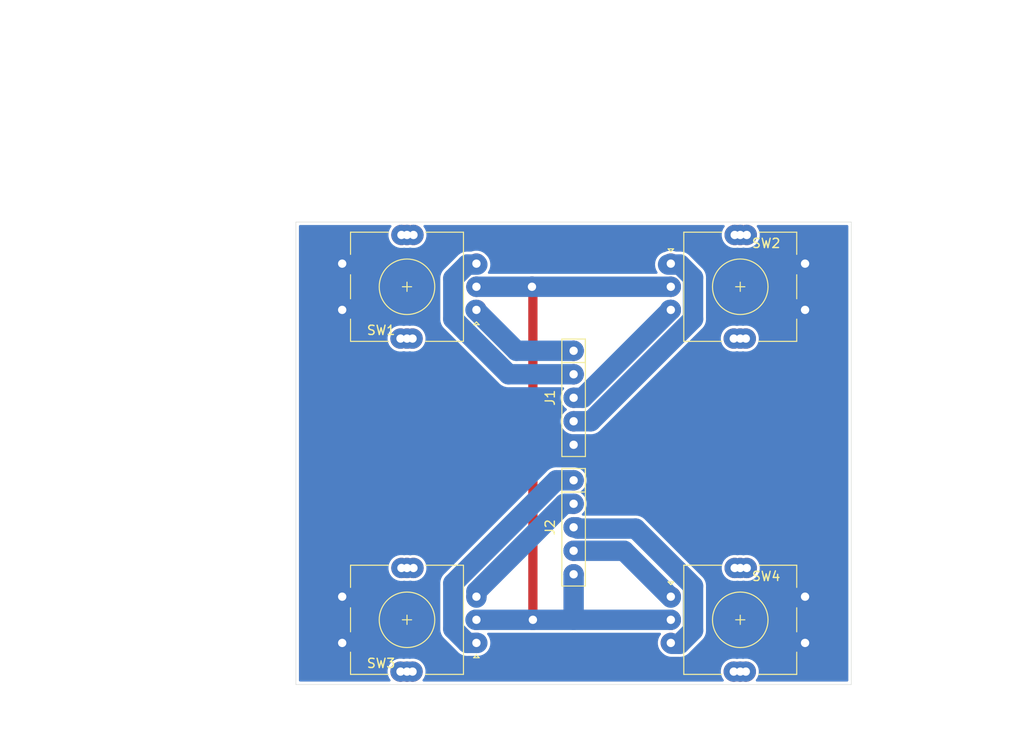
<source format=kicad_pcb>
(kicad_pcb (version 20171130) (host pcbnew "(5.1.6)-1")

  (general
    (thickness 1.6)
    (drawings 16)
    (tracks 40)
    (zones 0)
    (modules 6)
    (nets 11)
  )

  (page A4)
  (layers
    (0 F.Cu signal)
    (31 B.Cu signal)
    (32 B.Adhes user)
    (33 F.Adhes user)
    (34 B.Paste user)
    (35 F.Paste user)
    (36 B.SilkS user)
    (37 F.SilkS user)
    (38 B.Mask user)
    (39 F.Mask user)
    (40 Dwgs.User user)
    (41 Cmts.User user)
    (42 Eco1.User user)
    (43 Eco2.User user)
    (44 Edge.Cuts user)
    (45 Margin user)
    (46 B.CrtYd user)
    (47 F.CrtYd user)
    (48 B.Fab user)
    (49 F.Fab user)
  )

  (setup
    (last_trace_width 1)
    (user_trace_width 1)
    (user_trace_width 2.2)
    (trace_clearance 0.2)
    (zone_clearance 0.3)
    (zone_45_only no)
    (trace_min 0.2)
    (via_size 0.8)
    (via_drill 0.4)
    (via_min_size 0.4)
    (via_min_drill 0.3)
    (user_via 2.2 0.9)
    (uvia_size 0.3)
    (uvia_drill 0.1)
    (uvias_allowed no)
    (uvia_min_size 0.2)
    (uvia_min_drill 0.1)
    (edge_width 0.05)
    (segment_width 0.2)
    (pcb_text_width 0.3)
    (pcb_text_size 1.5 1.5)
    (mod_edge_width 0.12)
    (mod_text_size 1 1)
    (mod_text_width 0.15)
    (pad_size 1.524 1.524)
    (pad_drill 0.762)
    (pad_to_mask_clearance 0.05)
    (aux_axis_origin 0 0)
    (visible_elements 7FFFFFFF)
    (pcbplotparams
      (layerselection 0x010fc_ffffffff)
      (usegerberextensions false)
      (usegerberattributes true)
      (usegerberadvancedattributes true)
      (creategerberjobfile true)
      (excludeedgelayer true)
      (linewidth 0.100000)
      (plotframeref false)
      (viasonmask false)
      (mode 1)
      (useauxorigin false)
      (hpglpennumber 1)
      (hpglpenspeed 20)
      (hpglpendiameter 15.000000)
      (psnegative false)
      (psa4output false)
      (plotreference true)
      (plotvalue true)
      (plotinvisibletext false)
      (padsonsilk false)
      (subtractmaskfromsilk false)
      (outputformat 1)
      (mirror false)
      (drillshape 1)
      (scaleselection 1)
      (outputdirectory ""))
  )

  (net 0 "")
  (net 1 +3V3)
  (net 2 ROT2B)
  (net 3 ROT2A)
  (net 4 ROT1B)
  (net 5 ROT1A)
  (net 6 GND)
  (net 7 ROT3A)
  (net 8 ROT3B)
  (net 9 ROT4A)
  (net 10 ROT4B)

  (net_class Default "This is the default net class."
    (clearance 0.2)
    (trace_width 0.25)
    (via_dia 0.8)
    (via_drill 0.4)
    (uvia_dia 0.3)
    (uvia_drill 0.1)
    (add_net +3V3)
    (add_net GND)
    (add_net ROT1A)
    (add_net ROT1B)
    (add_net ROT2A)
    (add_net ROT2B)
    (add_net ROT3A)
    (add_net ROT3B)
    (add_net ROT4A)
    (add_net ROT4B)
  )

  (module 0_my_footprints:myRotaryEncoder (layer F.Cu) (tedit 64C5BA9E) (tstamp 64C615B4)
    (at 12 -43 180)
    (descr "Alps rotary encoder, EC12E... with switch, vertical shaft, http://www.alps.com/prod/info/E/HTML/Encoder/Incremental/EC11/EC11E15204A3.html")
    (tags "rotary encoder")
    (path /64C5B1C3)
    (fp_text reference SW1 (at 2.8 -4.7) (layer F.SilkS)
      (effects (font (size 1 1) (thickness 0.15)))
    )
    (fp_text value Rotary_Encoder_Switch (at 7.5 10.4) (layer F.Fab)
      (effects (font (size 1 1) (thickness 0.15)))
    )
    (fp_line (start -0.5 0) (end 0.5 0) (layer F.SilkS) (width 0.12))
    (fp_line (start 0 -0.5) (end 0 0.5) (layer F.SilkS) (width 0.12))
    (fp_line (start 6.1 3.5) (end 6.1 5.9) (layer F.SilkS) (width 0.12))
    (fp_line (start 6.1 -1.3) (end 6.1 1.3) (layer F.SilkS) (width 0.12))
    (fp_line (start 6.1 -5.9) (end 6.1 -3.5) (layer F.SilkS) (width 0.12))
    (fp_line (start -3 0) (end 3 0) (layer F.Fab) (width 0.12))
    (fp_line (start 0 -3) (end 0 3) (layer F.Fab) (width 0.12))
    (fp_line (start -7.2 -4.1) (end -7.5 -3.8) (layer F.SilkS) (width 0.12))
    (fp_line (start -7.8 -4.1) (end -7.2 -4.1) (layer F.SilkS) (width 0.12))
    (fp_line (start -7.5 -3.8) (end -7.8 -4.1) (layer F.SilkS) (width 0.12))
    (fp_line (start -6.1 -5.9) (end -6.1 5.9) (layer F.SilkS) (width 0.12))
    (fp_line (start -2 -5.9) (end -6.1 -5.9) (layer F.SilkS) (width 0.12))
    (fp_line (start -2 5.9) (end -6.1 5.9) (layer F.SilkS) (width 0.12))
    (fp_line (start 6.1 5.9) (end 2 5.9) (layer F.SilkS) (width 0.12))
    (fp_line (start 2 -5.9) (end 6.1 -5.9) (layer F.SilkS) (width 0.12))
    (fp_line (start -6 -4.7) (end -5 -5.8) (layer F.Fab) (width 0.12))
    (fp_line (start -6 5.8) (end -6 -4.7) (layer F.Fab) (width 0.12))
    (fp_line (start 6 5.8) (end -6 5.8) (layer F.Fab) (width 0.12))
    (fp_line (start 6 -5.8) (end 6 5.8) (layer F.Fab) (width 0.12))
    (fp_line (start -5 -5.8) (end 6 -5.8) (layer F.Fab) (width 0.12))
    (fp_line (start -9 -7.1) (end 8.5 -7.1) (layer F.CrtYd) (width 0.05))
    (fp_line (start -9 -7.1) (end -9 7.1) (layer F.CrtYd) (width 0.05))
    (fp_line (start 8.5 7.1) (end 8.5 -7.1) (layer F.CrtYd) (width 0.05))
    (fp_line (start 8.5 7.1) (end -9 7.1) (layer F.CrtYd) (width 0.05))
    (fp_circle (center 0 0) (end 3 0) (layer F.SilkS) (width 0.12))
    (fp_circle (center 0 0) (end 3 0) (layer F.Fab) (width 0.12))
    (fp_text user %R (at 11.1 6.3) (layer F.Fab)
      (effects (font (size 1 1) (thickness 0.15)))
    )
    (pad "" thru_hole circle (at -0.6 -5.6 180) (size 2.2 2.2) (drill 0.9) (layers *.Cu *.Mask))
    (pad "" thru_hole circle (at 0.7 -5.6 180) (size 2.2 2.2) (drill 0.9) (layers *.Cu *.Mask))
    (pad "" thru_hole circle (at -0.7 5.6 180) (size 2.2 2.2) (drill 0.9) (layers *.Cu *.Mask))
    (pad "" thru_hole circle (at 0.6 5.6 180) (size 2.2 2.2) (drill 0.9) (layers *.Cu *.Mask))
    (pad A thru_hole circle (at -7.5 -2.5 180) (size 2.2 2.2) (drill 0.9) (layers *.Cu *.Mask)
      (net 5 ROT1A))
    (pad C thru_hole circle (at -7.5 0 180) (size 2.2 2.2) (drill 0.9) (layers *.Cu *.Mask)
      (net 1 +3V3))
    (pad B thru_hole circle (at -7.5 2.5 180) (size 2.2 2.2) (drill 0.9) (layers *.Cu *.Mask)
      (net 4 ROT1B))
    (pad "" thru_hole circle (at 0 -5.6 180) (size 2.2 2.2) (drill 0.9) (layers *.Cu *.Mask))
    (pad "" thru_hole circle (at 0 5.6 180) (size 2.2 2.2) (drill 0.9) (layers *.Cu *.Mask))
    (pad S1 thru_hole circle (at 7 -2.5 180) (size 2.2 2.2) (drill 0.9) (layers *.Cu *.Mask)
      (net 6 GND))
    (pad S2 thru_hole circle (at 7 2.5 180) (size 2.2 2.2) (drill 0.9) (layers *.Cu *.Mask)
      (net 6 GND))
    (model C:/src/kiCad/libraries/my_3d_files/EC11_Rotary_Encoder_Switched.step
      (at (xyz 0 0 0))
      (scale (xyz 1 1 1))
      (rotate (xyz 0 0 90))
    )
  )

  (module 0_my_footprints:myRotaryEncoder (layer F.Cu) (tedit 64C5BA9E) (tstamp 64C615DE)
    (at 48 -43)
    (descr "Alps rotary encoder, EC12E... with switch, vertical shaft, http://www.alps.com/prod/info/E/HTML/Encoder/Incremental/EC11/EC11E15204A3.html")
    (tags "rotary encoder")
    (path /64C5D992)
    (fp_text reference SW2 (at 2.8 -4.7) (layer F.SilkS)
      (effects (font (size 1 1) (thickness 0.15)))
    )
    (fp_text value Rotary_Encoder_Switch (at 7.5 10.4) (layer F.Fab)
      (effects (font (size 1 1) (thickness 0.15)))
    )
    (fp_line (start -0.5 0) (end 0.5 0) (layer F.SilkS) (width 0.12))
    (fp_line (start 0 -0.5) (end 0 0.5) (layer F.SilkS) (width 0.12))
    (fp_line (start 6.1 3.5) (end 6.1 5.9) (layer F.SilkS) (width 0.12))
    (fp_line (start 6.1 -1.3) (end 6.1 1.3) (layer F.SilkS) (width 0.12))
    (fp_line (start 6.1 -5.9) (end 6.1 -3.5) (layer F.SilkS) (width 0.12))
    (fp_line (start -3 0) (end 3 0) (layer F.Fab) (width 0.12))
    (fp_line (start 0 -3) (end 0 3) (layer F.Fab) (width 0.12))
    (fp_line (start -7.2 -4.1) (end -7.5 -3.8) (layer F.SilkS) (width 0.12))
    (fp_line (start -7.8 -4.1) (end -7.2 -4.1) (layer F.SilkS) (width 0.12))
    (fp_line (start -7.5 -3.8) (end -7.8 -4.1) (layer F.SilkS) (width 0.12))
    (fp_line (start -6.1 -5.9) (end -6.1 5.9) (layer F.SilkS) (width 0.12))
    (fp_line (start -2 -5.9) (end -6.1 -5.9) (layer F.SilkS) (width 0.12))
    (fp_line (start -2 5.9) (end -6.1 5.9) (layer F.SilkS) (width 0.12))
    (fp_line (start 6.1 5.9) (end 2 5.9) (layer F.SilkS) (width 0.12))
    (fp_line (start 2 -5.9) (end 6.1 -5.9) (layer F.SilkS) (width 0.12))
    (fp_line (start -6 -4.7) (end -5 -5.8) (layer F.Fab) (width 0.12))
    (fp_line (start -6 5.8) (end -6 -4.7) (layer F.Fab) (width 0.12))
    (fp_line (start 6 5.8) (end -6 5.8) (layer F.Fab) (width 0.12))
    (fp_line (start 6 -5.8) (end 6 5.8) (layer F.Fab) (width 0.12))
    (fp_line (start -5 -5.8) (end 6 -5.8) (layer F.Fab) (width 0.12))
    (fp_line (start -9 -7.1) (end 8.5 -7.1) (layer F.CrtYd) (width 0.05))
    (fp_line (start -9 -7.1) (end -9 7.1) (layer F.CrtYd) (width 0.05))
    (fp_line (start 8.5 7.1) (end 8.5 -7.1) (layer F.CrtYd) (width 0.05))
    (fp_line (start 8.5 7.1) (end -9 7.1) (layer F.CrtYd) (width 0.05))
    (fp_circle (center 0 0) (end 3 0) (layer F.SilkS) (width 0.12))
    (fp_circle (center 0 0) (end 3 0) (layer F.Fab) (width 0.12))
    (fp_text user %R (at 11.1 6.3) (layer F.Fab)
      (effects (font (size 1 1) (thickness 0.15)))
    )
    (pad "" thru_hole circle (at -0.6 -5.6) (size 2.2 2.2) (drill 0.9) (layers *.Cu *.Mask))
    (pad "" thru_hole circle (at 0.7 -5.6) (size 2.2 2.2) (drill 0.9) (layers *.Cu *.Mask))
    (pad "" thru_hole circle (at -0.7 5.6) (size 2.2 2.2) (drill 0.9) (layers *.Cu *.Mask))
    (pad "" thru_hole circle (at 0.6 5.6) (size 2.2 2.2) (drill 0.9) (layers *.Cu *.Mask))
    (pad A thru_hole circle (at -7.5 -2.5) (size 2.2 2.2) (drill 0.9) (layers *.Cu *.Mask)
      (net 3 ROT2A))
    (pad C thru_hole circle (at -7.5 0) (size 2.2 2.2) (drill 0.9) (layers *.Cu *.Mask)
      (net 1 +3V3))
    (pad B thru_hole circle (at -7.5 2.5) (size 2.2 2.2) (drill 0.9) (layers *.Cu *.Mask)
      (net 2 ROT2B))
    (pad "" thru_hole circle (at 0 -5.6) (size 2.2 2.2) (drill 0.9) (layers *.Cu *.Mask))
    (pad "" thru_hole circle (at 0 5.6) (size 2.2 2.2) (drill 0.9) (layers *.Cu *.Mask))
    (pad S1 thru_hole circle (at 7 -2.5) (size 2.2 2.2) (drill 0.9) (layers *.Cu *.Mask)
      (net 6 GND))
    (pad S2 thru_hole circle (at 7 2.5) (size 2.2 2.2) (drill 0.9) (layers *.Cu *.Mask)
      (net 6 GND))
    (model C:/src/kiCad/libraries/my_3d_files/EC11_Rotary_Encoder_Switched.step
      (at (xyz 0 0 0))
      (scale (xyz 1 1 1))
      (rotate (xyz 0 0 90))
    )
  )

  (module 0_my_footprints:myRotaryEncoder (layer F.Cu) (tedit 64C5BA9E) (tstamp 64C61608)
    (at 12 -7 180)
    (descr "Alps rotary encoder, EC12E... with switch, vertical shaft, http://www.alps.com/prod/info/E/HTML/Encoder/Incremental/EC11/EC11E15204A3.html")
    (tags "rotary encoder")
    (path /64C5CF2D)
    (fp_text reference SW3 (at 2.8 -4.7) (layer F.SilkS)
      (effects (font (size 1 1) (thickness 0.15)))
    )
    (fp_text value Rotary_Encoder_Switch (at 7.5 10.4) (layer F.Fab)
      (effects (font (size 1 1) (thickness 0.15)))
    )
    (fp_line (start -0.5 0) (end 0.5 0) (layer F.SilkS) (width 0.12))
    (fp_line (start 0 -0.5) (end 0 0.5) (layer F.SilkS) (width 0.12))
    (fp_line (start 6.1 3.5) (end 6.1 5.9) (layer F.SilkS) (width 0.12))
    (fp_line (start 6.1 -1.3) (end 6.1 1.3) (layer F.SilkS) (width 0.12))
    (fp_line (start 6.1 -5.9) (end 6.1 -3.5) (layer F.SilkS) (width 0.12))
    (fp_line (start -3 0) (end 3 0) (layer F.Fab) (width 0.12))
    (fp_line (start 0 -3) (end 0 3) (layer F.Fab) (width 0.12))
    (fp_line (start -7.2 -4.1) (end -7.5 -3.8) (layer F.SilkS) (width 0.12))
    (fp_line (start -7.8 -4.1) (end -7.2 -4.1) (layer F.SilkS) (width 0.12))
    (fp_line (start -7.5 -3.8) (end -7.8 -4.1) (layer F.SilkS) (width 0.12))
    (fp_line (start -6.1 -5.9) (end -6.1 5.9) (layer F.SilkS) (width 0.12))
    (fp_line (start -2 -5.9) (end -6.1 -5.9) (layer F.SilkS) (width 0.12))
    (fp_line (start -2 5.9) (end -6.1 5.9) (layer F.SilkS) (width 0.12))
    (fp_line (start 6.1 5.9) (end 2 5.9) (layer F.SilkS) (width 0.12))
    (fp_line (start 2 -5.9) (end 6.1 -5.9) (layer F.SilkS) (width 0.12))
    (fp_line (start -6 -4.7) (end -5 -5.8) (layer F.Fab) (width 0.12))
    (fp_line (start -6 5.8) (end -6 -4.7) (layer F.Fab) (width 0.12))
    (fp_line (start 6 5.8) (end -6 5.8) (layer F.Fab) (width 0.12))
    (fp_line (start 6 -5.8) (end 6 5.8) (layer F.Fab) (width 0.12))
    (fp_line (start -5 -5.8) (end 6 -5.8) (layer F.Fab) (width 0.12))
    (fp_line (start -9 -7.1) (end 8.5 -7.1) (layer F.CrtYd) (width 0.05))
    (fp_line (start -9 -7.1) (end -9 7.1) (layer F.CrtYd) (width 0.05))
    (fp_line (start 8.5 7.1) (end 8.5 -7.1) (layer F.CrtYd) (width 0.05))
    (fp_line (start 8.5 7.1) (end -9 7.1) (layer F.CrtYd) (width 0.05))
    (fp_circle (center 0 0) (end 3 0) (layer F.SilkS) (width 0.12))
    (fp_circle (center 0 0) (end 3 0) (layer F.Fab) (width 0.12))
    (fp_text user %R (at 11.1 6.3) (layer F.Fab)
      (effects (font (size 1 1) (thickness 0.15)))
    )
    (pad "" thru_hole circle (at -0.6 -5.6 180) (size 2.2 2.2) (drill 0.9) (layers *.Cu *.Mask))
    (pad "" thru_hole circle (at 0.7 -5.6 180) (size 2.2 2.2) (drill 0.9) (layers *.Cu *.Mask))
    (pad "" thru_hole circle (at -0.7 5.6 180) (size 2.2 2.2) (drill 0.9) (layers *.Cu *.Mask))
    (pad "" thru_hole circle (at 0.6 5.6 180) (size 2.2 2.2) (drill 0.9) (layers *.Cu *.Mask))
    (pad A thru_hole circle (at -7.5 -2.5 180) (size 2.2 2.2) (drill 0.9) (layers *.Cu *.Mask)
      (net 7 ROT3A))
    (pad C thru_hole circle (at -7.5 0 180) (size 2.2 2.2) (drill 0.9) (layers *.Cu *.Mask)
      (net 1 +3V3))
    (pad B thru_hole circle (at -7.5 2.5 180) (size 2.2 2.2) (drill 0.9) (layers *.Cu *.Mask)
      (net 8 ROT3B))
    (pad "" thru_hole circle (at 0 -5.6 180) (size 2.2 2.2) (drill 0.9) (layers *.Cu *.Mask))
    (pad "" thru_hole circle (at 0 5.6 180) (size 2.2 2.2) (drill 0.9) (layers *.Cu *.Mask))
    (pad S1 thru_hole circle (at 7 -2.5 180) (size 2.2 2.2) (drill 0.9) (layers *.Cu *.Mask)
      (net 6 GND))
    (pad S2 thru_hole circle (at 7 2.5 180) (size 2.2 2.2) (drill 0.9) (layers *.Cu *.Mask)
      (net 6 GND))
    (model C:/src/kiCad/libraries/my_3d_files/EC11_Rotary_Encoder_Switched.step
      (at (xyz 0 0 0))
      (scale (xyz 1 1 1))
      (rotate (xyz 0 0 90))
    )
  )

  (module 0_my_footprints:myRotaryEncoder (layer F.Cu) (tedit 64C5BA9E) (tstamp 64C61632)
    (at 48 -7)
    (descr "Alps rotary encoder, EC12E... with switch, vertical shaft, http://www.alps.com/prod/info/E/HTML/Encoder/Incremental/EC11/EC11E15204A3.html")
    (tags "rotary encoder")
    (path /64C5E81E)
    (fp_text reference SW4 (at 2.8 -4.7) (layer F.SilkS)
      (effects (font (size 1 1) (thickness 0.15)))
    )
    (fp_text value Rotary_Encoder_Switch (at 7.5 10.4) (layer F.Fab)
      (effects (font (size 1 1) (thickness 0.15)))
    )
    (fp_line (start -0.5 0) (end 0.5 0) (layer F.SilkS) (width 0.12))
    (fp_line (start 0 -0.5) (end 0 0.5) (layer F.SilkS) (width 0.12))
    (fp_line (start 6.1 3.5) (end 6.1 5.9) (layer F.SilkS) (width 0.12))
    (fp_line (start 6.1 -1.3) (end 6.1 1.3) (layer F.SilkS) (width 0.12))
    (fp_line (start 6.1 -5.9) (end 6.1 -3.5) (layer F.SilkS) (width 0.12))
    (fp_line (start -3 0) (end 3 0) (layer F.Fab) (width 0.12))
    (fp_line (start 0 -3) (end 0 3) (layer F.Fab) (width 0.12))
    (fp_line (start -7.2 -4.1) (end -7.5 -3.8) (layer F.SilkS) (width 0.12))
    (fp_line (start -7.8 -4.1) (end -7.2 -4.1) (layer F.SilkS) (width 0.12))
    (fp_line (start -7.5 -3.8) (end -7.8 -4.1) (layer F.SilkS) (width 0.12))
    (fp_line (start -6.1 -5.9) (end -6.1 5.9) (layer F.SilkS) (width 0.12))
    (fp_line (start -2 -5.9) (end -6.1 -5.9) (layer F.SilkS) (width 0.12))
    (fp_line (start -2 5.9) (end -6.1 5.9) (layer F.SilkS) (width 0.12))
    (fp_line (start 6.1 5.9) (end 2 5.9) (layer F.SilkS) (width 0.12))
    (fp_line (start 2 -5.9) (end 6.1 -5.9) (layer F.SilkS) (width 0.12))
    (fp_line (start -6 -4.7) (end -5 -5.8) (layer F.Fab) (width 0.12))
    (fp_line (start -6 5.8) (end -6 -4.7) (layer F.Fab) (width 0.12))
    (fp_line (start 6 5.8) (end -6 5.8) (layer F.Fab) (width 0.12))
    (fp_line (start 6 -5.8) (end 6 5.8) (layer F.Fab) (width 0.12))
    (fp_line (start -5 -5.8) (end 6 -5.8) (layer F.Fab) (width 0.12))
    (fp_line (start -9 -7.1) (end 8.5 -7.1) (layer F.CrtYd) (width 0.05))
    (fp_line (start -9 -7.1) (end -9 7.1) (layer F.CrtYd) (width 0.05))
    (fp_line (start 8.5 7.1) (end 8.5 -7.1) (layer F.CrtYd) (width 0.05))
    (fp_line (start 8.5 7.1) (end -9 7.1) (layer F.CrtYd) (width 0.05))
    (fp_circle (center 0 0) (end 3 0) (layer F.SilkS) (width 0.12))
    (fp_circle (center 0 0) (end 3 0) (layer F.Fab) (width 0.12))
    (fp_text user %R (at 11.1 6.3) (layer F.Fab)
      (effects (font (size 1 1) (thickness 0.15)))
    )
    (pad "" thru_hole circle (at -0.6 -5.6) (size 2.2 2.2) (drill 0.9) (layers *.Cu *.Mask))
    (pad "" thru_hole circle (at 0.7 -5.6) (size 2.2 2.2) (drill 0.9) (layers *.Cu *.Mask))
    (pad "" thru_hole circle (at -0.7 5.6) (size 2.2 2.2) (drill 0.9) (layers *.Cu *.Mask))
    (pad "" thru_hole circle (at 0.6 5.6) (size 2.2 2.2) (drill 0.9) (layers *.Cu *.Mask))
    (pad A thru_hole circle (at -7.5 -2.5) (size 2.2 2.2) (drill 0.9) (layers *.Cu *.Mask)
      (net 9 ROT4A))
    (pad C thru_hole circle (at -7.5 0) (size 2.2 2.2) (drill 0.9) (layers *.Cu *.Mask)
      (net 1 +3V3))
    (pad B thru_hole circle (at -7.5 2.5) (size 2.2 2.2) (drill 0.9) (layers *.Cu *.Mask)
      (net 10 ROT4B))
    (pad "" thru_hole circle (at 0 -5.6) (size 2.2 2.2) (drill 0.9) (layers *.Cu *.Mask))
    (pad "" thru_hole circle (at 0 5.6) (size 2.2 2.2) (drill 0.9) (layers *.Cu *.Mask))
    (pad S1 thru_hole circle (at 7 -2.5) (size 2.2 2.2) (drill 0.9) (layers *.Cu *.Mask)
      (net 6 GND))
    (pad S2 thru_hole circle (at 7 2.5) (size 2.2 2.2) (drill 0.9) (layers *.Cu *.Mask)
      (net 6 GND))
    (model C:/src/kiCad/libraries/my_3d_files/EC11_Rotary_Encoder_Switched.step
      (at (xyz 0 0 0))
      (scale (xyz 1 1 1))
      (rotate (xyz 0 0 90))
    )
  )

  (module 0_my_footprints:my5Pin (layer F.Cu) (tedit 64C5B4E3) (tstamp 64C6157B)
    (at 30 -31 270)
    (path /64C679BC)
    (fp_text reference J1 (at 0 2.54 90) (layer F.SilkS)
      (effects (font (size 1 1) (thickness 0.15)))
    )
    (fp_text value ROTARY12 (at 0 -2.54 90) (layer F.Fab)
      (effects (font (size 1 1) (thickness 0.15)))
    )
    (fp_line (start -6.35 -1.27) (end -6.35 1.27) (layer F.SilkS) (width 0.12))
    (fp_line (start -6.35 1.27) (end 6.35 1.27) (layer F.SilkS) (width 0.12))
    (fp_line (start 6.35 1.27) (end 6.35 -1.27) (layer F.SilkS) (width 0.12))
    (fp_line (start 6.35 -1.27) (end -6.35 -1.27) (layer F.SilkS) (width 0.12))
    (fp_line (start -6.35 -1.27) (end -3.81 -1.27) (layer F.SilkS) (width 0.12))
    (fp_line (start -3.81 -1.27) (end -3.81 1.27) (layer F.SilkS) (width 0.12))
    (pad 5 thru_hole circle (at 5.08 0 270) (size 2.2 2.2) (drill 0.9) (layers *.Cu *.Mask)
      (net 6 GND))
    (pad 4 thru_hole circle (at 2.54 0 270) (size 2.2 2.2) (drill 0.9) (layers *.Cu *.Mask)
      (net 3 ROT2A))
    (pad 3 thru_hole circle (at 0 0 270) (size 2.2 2.2) (drill 0.9) (layers *.Cu *.Mask)
      (net 2 ROT2B))
    (pad 2 thru_hole circle (at -2.54 0 270) (size 2.2 2.2) (drill 0.9) (layers *.Cu *.Mask)
      (net 4 ROT1B))
    (pad 1 thru_hole circle (at -5.08 0 270) (size 2.2 2.2) (drill 0.9) (layers *.Cu *.Mask)
      (net 5 ROT1A))
  )

  (module 0_my_footprints:my5Pin (layer F.Cu) (tedit 64C5B4E3) (tstamp 64C6158A)
    (at 30 -17 270)
    (path /64C68167)
    (fp_text reference J2 (at 0 2.54 90) (layer F.SilkS)
      (effects (font (size 1 1) (thickness 0.15)))
    )
    (fp_text value ROTARY34 (at 0 -2.54 90) (layer F.Fab)
      (effects (font (size 1 1) (thickness 0.15)))
    )
    (fp_line (start -3.81 -1.27) (end -3.81 1.27) (layer F.SilkS) (width 0.12))
    (fp_line (start -6.35 -1.27) (end -3.81 -1.27) (layer F.SilkS) (width 0.12))
    (fp_line (start 6.35 -1.27) (end -6.35 -1.27) (layer F.SilkS) (width 0.12))
    (fp_line (start 6.35 1.27) (end 6.35 -1.27) (layer F.SilkS) (width 0.12))
    (fp_line (start -6.35 1.27) (end 6.35 1.27) (layer F.SilkS) (width 0.12))
    (fp_line (start -6.35 -1.27) (end -6.35 1.27) (layer F.SilkS) (width 0.12))
    (pad 1 thru_hole circle (at -5.08 0 270) (size 2.2 2.2) (drill 0.9) (layers *.Cu *.Mask)
      (net 7 ROT3A))
    (pad 2 thru_hole circle (at -2.54 0 270) (size 2.2 2.2) (drill 0.9) (layers *.Cu *.Mask)
      (net 8 ROT3B))
    (pad 3 thru_hole circle (at 0 0 270) (size 2.2 2.2) (drill 0.9) (layers *.Cu *.Mask)
      (net 10 ROT4B))
    (pad 4 thru_hole circle (at 2.54 0 270) (size 2.2 2.2) (drill 0.9) (layers *.Cu *.Mask)
      (net 9 ROT4A))
    (pad 5 thru_hole circle (at 5.08 0 270) (size 2.2 2.2) (drill 0.9) (layers *.Cu *.Mask)
      (net 1 +3V3))
  )

  (dimension 36 (width 0.15) (layer Dwgs.User)
    (gr_text "36.000 mm" (at 70.2 -25 270) (layer Dwgs.User)
      (effects (font (size 1 1) (thickness 0.15)))
    )
    (feature1 (pts (xy 48 -7) (xy 69.486421 -7)))
    (feature2 (pts (xy 48 -43) (xy 69.486421 -43)))
    (crossbar (pts (xy 68.9 -43) (xy 68.9 -7)))
    (arrow1a (pts (xy 68.9 -7) (xy 68.313579 -8.126504)))
    (arrow1b (pts (xy 68.9 -7) (xy 69.486421 -8.126504)))
    (arrow2a (pts (xy 68.9 -43) (xy 68.313579 -41.873496)))
    (arrow2b (pts (xy 68.9 -43) (xy 69.486421 -41.873496)))
  )
  (dimension 36 (width 0.15) (layer Dwgs.User)
    (gr_text "36.000 mm" (at 30 -66.3) (layer Dwgs.User)
      (effects (font (size 1 1) (thickness 0.15)))
    )
    (feature1 (pts (xy 12 -43) (xy 12 -65.586421)))
    (feature2 (pts (xy 48 -43) (xy 48 -65.586421)))
    (crossbar (pts (xy 48 -65) (xy 12 -65)))
    (arrow1a (pts (xy 12 -65) (xy 13.126504 -65.586421)))
    (arrow1b (pts (xy 12 -65) (xy 13.126504 -64.413579)))
    (arrow2a (pts (xy 48 -65) (xy 46.873496 -65.586421)))
    (arrow2b (pts (xy 48 -65) (xy 46.873496 -64.413579)))
  )
  (dimension 7 (width 0.15) (layer Dwgs.User)
    (gr_text "7.000 mm" (at -8.3 -46.5 270) (layer Dwgs.User)
      (effects (font (size 1 1) (thickness 0.15)))
    )
    (feature1 (pts (xy 12 -43) (xy -7.586421 -43)))
    (feature2 (pts (xy 12 -50) (xy -7.586421 -50)))
    (crossbar (pts (xy -7 -50) (xy -7 -43)))
    (arrow1a (pts (xy -7 -43) (xy -7.586421 -44.126504)))
    (arrow1b (pts (xy -7 -43) (xy -6.413579 -44.126504)))
    (arrow2a (pts (xy -7 -50) (xy -7.586421 -48.873496)))
    (arrow2b (pts (xy -7 -50) (xy -6.413579 -48.873496)))
  )
  (dimension 60 (width 0.15) (layer Dwgs.User)
    (gr_text "60.000 mm" (at 30 -73.3) (layer Dwgs.User)
      (effects (font (size 1 1) (thickness 0.15)))
    )
    (feature1 (pts (xy 60 -50) (xy 60 -72.586421)))
    (feature2 (pts (xy 0 -50) (xy 0 -72.586421)))
    (crossbar (pts (xy 0 -72) (xy 60 -72)))
    (arrow1a (pts (xy 60 -72) (xy 58.873496 -71.413579)))
    (arrow1b (pts (xy 60 -72) (xy 58.873496 -72.586421)))
    (arrow2a (pts (xy 0 -72) (xy 1.126504 -71.413579)))
    (arrow2b (pts (xy 0 -72) (xy 1.126504 -72.586421)))
  )
  (dimension 50 (width 0.15) (layer Dwgs.User)
    (gr_text "50.000 mm" (at -28.3 -25 270) (layer Dwgs.User)
      (effects (font (size 1 1) (thickness 0.15)))
    )
    (feature1 (pts (xy 0 0) (xy -27.586421 0)))
    (feature2 (pts (xy 0 -50) (xy -27.586421 -50)))
    (crossbar (pts (xy -27 -50) (xy -27 0)))
    (arrow1a (pts (xy -27 0) (xy -27.586421 -1.126504)))
    (arrow1b (pts (xy -27 0) (xy -26.413579 -1.126504)))
    (arrow2a (pts (xy -27 -50) (xy -27.586421 -48.873496)))
    (arrow2b (pts (xy -27 -50) (xy -26.413579 -48.873496)))
  )
  (dimension 7 (width 0.15) (layer Dwgs.User)
    (gr_text "7.000 mm" (at -10.3 -3.5 90) (layer Dwgs.User)
      (effects (font (size 1 1) (thickness 0.15)))
    )
    (feature1 (pts (xy 12 -7) (xy -9.586421 -7)))
    (feature2 (pts (xy 12 0) (xy -9.586421 0)))
    (crossbar (pts (xy -9 0) (xy -9 -7)))
    (arrow1a (pts (xy -9 -7) (xy -8.413579 -5.873496)))
    (arrow1b (pts (xy -9 -7) (xy -9.586421 -5.873496)))
    (arrow2a (pts (xy -9 0) (xy -8.413579 -1.126504)))
    (arrow2b (pts (xy -9 0) (xy -9.586421 -1.126504)))
  )
  (dimension 12 (width 0.15) (layer Dwgs.User)
    (gr_text "12.000 mm" (at 6 6.3) (layer Dwgs.User)
      (effects (font (size 1 1) (thickness 0.15)))
    )
    (feature1 (pts (xy 12 0) (xy 12 5.586421)))
    (feature2 (pts (xy 0 0) (xy 0 5.586421)))
    (crossbar (pts (xy 0 5) (xy 12 5)))
    (arrow1a (pts (xy 12 5) (xy 10.873496 5.586421)))
    (arrow1b (pts (xy 12 5) (xy 10.873496 4.413579)))
    (arrow2a (pts (xy 0 5) (xy 1.126504 5.586421)))
    (arrow2b (pts (xy 0 5) (xy 1.126504 4.413579)))
  )
  (dimension 7 (width 0.15) (layer Dwgs.User)
    (gr_text "7.000 mm" (at 77.3 -3.5 90) (layer Dwgs.User)
      (effects (font (size 1 1) (thickness 0.15)))
    )
    (feature1 (pts (xy 48 -7) (xy 76.586421 -7)))
    (feature2 (pts (xy 48 0) (xy 76.586421 0)))
    (crossbar (pts (xy 76 0) (xy 76 -7)))
    (arrow1a (pts (xy 76 -7) (xy 76.586421 -5.873496)))
    (arrow1b (pts (xy 76 -7) (xy 75.413579 -5.873496)))
    (arrow2a (pts (xy 76 0) (xy 76.586421 -1.126504)))
    (arrow2b (pts (xy 76 0) (xy 75.413579 -1.126504)))
  )
  (dimension 12 (width 0.15) (layer Dwgs.User)
    (gr_text "12.000 mm" (at 54 7.3) (layer Dwgs.User)
      (effects (font (size 1 1) (thickness 0.15)))
    )
    (feature1 (pts (xy 48 0) (xy 48 6.586421)))
    (feature2 (pts (xy 60 0) (xy 60 6.586421)))
    (crossbar (pts (xy 60 6) (xy 48 6)))
    (arrow1a (pts (xy 48 6) (xy 49.126504 5.413579)))
    (arrow1b (pts (xy 48 6) (xy 49.126504 6.586421)))
    (arrow2a (pts (xy 60 6) (xy 58.873496 5.413579)))
    (arrow2b (pts (xy 60 6) (xy 58.873496 6.586421)))
  )
  (dimension 7 (width 0.15) (layer Dwgs.User)
    (gr_text "7.000 mm" (at 76.3 -46.5 270) (layer Dwgs.User)
      (effects (font (size 1 1) (thickness 0.15)))
    )
    (feature1 (pts (xy 48 -43) (xy 75.586421 -43)))
    (feature2 (pts (xy 48 -50) (xy 75.586421 -50)))
    (crossbar (pts (xy 75 -50) (xy 75 -43)))
    (arrow1a (pts (xy 75 -43) (xy 74.413579 -44.126504)))
    (arrow1b (pts (xy 75 -43) (xy 75.586421 -44.126504)))
    (arrow2a (pts (xy 75 -50) (xy 74.413579 -48.873496)))
    (arrow2b (pts (xy 75 -50) (xy 75.586421 -48.873496)))
  )
  (dimension 12 (width 0.15) (layer Dwgs.User)
    (gr_text "12.000 mm" (at 54 -55.3) (layer Dwgs.User)
      (effects (font (size 1 1) (thickness 0.15)))
    )
    (feature1 (pts (xy 48 -50) (xy 48 -54.586421)))
    (feature2 (pts (xy 60 -50) (xy 60 -54.586421)))
    (crossbar (pts (xy 60 -54) (xy 48 -54)))
    (arrow1a (pts (xy 48 -54) (xy 49.126504 -54.586421)))
    (arrow1b (pts (xy 48 -54) (xy 49.126504 -53.413579)))
    (arrow2a (pts (xy 60 -54) (xy 58.873496 -54.586421)))
    (arrow2b (pts (xy 60 -54) (xy 58.873496 -53.413579)))
  )
  (dimension 12 (width 0.15) (layer Dwgs.User)
    (gr_text "12.000 mm" (at 6 -55.3) (layer Dwgs.User)
      (effects (font (size 1 1) (thickness 0.15)))
    )
    (feature1 (pts (xy 12 -50) (xy 12 -54.586421)))
    (feature2 (pts (xy 0 -50) (xy 0 -54.586421)))
    (crossbar (pts (xy 0 -54) (xy 12 -54)))
    (arrow1a (pts (xy 12 -54) (xy 10.873496 -53.413579)))
    (arrow1b (pts (xy 12 -54) (xy 10.873496 -54.586421)))
    (arrow2a (pts (xy 0 -54) (xy 1.126504 -53.413579)))
    (arrow2b (pts (xy 0 -54) (xy 1.126504 -54.586421)))
  )
  (gr_line (start 0 -50) (end 0 0) (layer Edge.Cuts) (width 0.05))
  (gr_line (start 60 -50) (end 0 -50) (layer Edge.Cuts) (width 0.05))
  (gr_line (start 60 0) (end 60 -50) (layer Edge.Cuts) (width 0.05))
  (gr_line (start 0 0) (end 60 0) (layer Edge.Cuts) (width 0.05))

  (segment (start 30 -11.92) (end 30 -7) (width 2.2) (layer B.Cu) (net 1))
  (segment (start 40.5 -7) (end 25.6 -7) (width 2.2) (layer B.Cu) (net 1))
  (segment (start 19.5 -43) (end 25.5 -43) (width 2.2) (layer B.Cu) (net 1))
  (segment (start 25.6 -7) (end 19.4 -7) (width 2.2) (layer B.Cu) (net 1) (tstamp 64C5C45F))
  (via (at 25.6 -7) (size 2.2) (drill 0.9) (layers F.Cu B.Cu) (net 1))
  (segment (start 25.6 -7) (end 25.6 -43.1) (width 1) (layer F.Cu) (net 1))
  (segment (start 25.5 -43) (end 40.5 -43) (width 2.2) (layer B.Cu) (net 1) (tstamp 64C5C471))
  (via (at 25.5 -43) (size 2.2) (drill 0.9) (layers F.Cu B.Cu) (net 1))
  (segment (start 30 -31) (end 31 -31) (width 2.2) (layer B.Cu) (net 2))
  (segment (start 31 -31) (end 40.5 -40.5) (width 2.2) (layer B.Cu) (net 2))
  (segment (start 40.5 -40.5) (end 40.4 -40.5) (width 2.2) (layer B.Cu) (net 2))
  (segment (start 42.90001 -43.994116) (end 41.494126 -45.4) (width 2.2) (layer B.Cu) (net 3))
  (segment (start 30 -28.46) (end 31.854126 -28.46) (width 2.2) (layer B.Cu) (net 3))
  (segment (start 42.900009 -39.505883) (end 42.90001 -43.994116) (width 2.2) (layer B.Cu) (net 3))
  (segment (start 31.854126 -28.46) (end 42.900009 -39.505883) (width 2.2) (layer B.Cu) (net 3))
  (segment (start 41.494126 -45.4) (end 40.2 -45.4) (width 2.2) (layer B.Cu) (net 3))
  (segment (start 16.999991 -43.894117) (end 18.505874 -45.4) (width 2.2) (layer B.Cu) (net 4))
  (segment (start 16.999991 -39.505883) (end 16.999991 -43.894117) (width 2.2) (layer B.Cu) (net 4))
  (segment (start 30 -33.54) (end 22.965874 -33.54) (width 2.2) (layer B.Cu) (net 4))
  (segment (start 22.965874 -33.54) (end 16.999991 -39.505883) (width 2.2) (layer B.Cu) (net 4))
  (segment (start 18.505874 -45.4) (end 19.6 -45.4) (width 2.2) (layer B.Cu) (net 4))
  (segment (start 30 -36.08) (end 23.82 -36.08) (width 2.2) (layer B.Cu) (net 5))
  (segment (start 23.82 -36.08) (end 19.4 -40.5) (width 2.2) (layer B.Cu) (net 5))
  (segment (start 16.99999 -10.946118) (end 16.99999 -6.005884) (width 2.2) (layer B.Cu) (net 7))
  (segment (start 16.99999 -6.005884) (end 18.505874 -4.5) (width 2.2) (layer B.Cu) (net 7))
  (segment (start 30 -22.08) (end 28.133872 -22.08) (width 2.2) (layer B.Cu) (net 7))
  (segment (start 28.133872 -22.08) (end 16.99999 -10.946118) (width 2.2) (layer B.Cu) (net 7))
  (segment (start 18.505874 -4.5) (end 19.6 -4.5) (width 2.2) (layer B.Cu) (net 7))
  (segment (start 28.987998 -19.54) (end 19.5 -10.052002) (width 2.2) (layer B.Cu) (net 8))
  (segment (start 30 -19.54) (end 28.987998 -19.54) (width 2.2) (layer B.Cu) (net 8))
  (segment (start 19.5 -10.052002) (end 19.5 -9.4) (width 2.2) (layer B.Cu) (net 8))
  (segment (start 30 -14.46) (end 35.44001 -14.46) (width 2.2) (layer B.Cu) (net 9))
  (segment (start 35.44001 -14.46) (end 40.5 -9.40001) (width 2.2) (layer B.Cu) (net 9))
  (segment (start 30.43999 -16.86001) (end 36.691992 -16.86001) (width 2.2) (layer B.Cu) (net 10))
  (segment (start 30 -17) (end 30.3 -17) (width 2.2) (layer B.Cu) (net 10))
  (segment (start 30.3 -17) (end 30.43999 -16.86001) (width 2.2) (layer B.Cu) (net 10))
  (segment (start 42.900001 -5.847999) (end 41.452002 -4.4) (width 2.2) (layer B.Cu) (net 10))
  (segment (start 36.691992 -16.86001) (end 42.900001 -10.652001) (width 2.2) (layer B.Cu) (net 10))
  (segment (start 42.900001 -10.652001) (end 42.900001 -5.847999) (width 2.2) (layer B.Cu) (net 10))
  (segment (start 41.452002 -4.4) (end 40.6 -4.4) (width 2.2) (layer B.Cu) (net 10))

  (zone (net 6) (net_name GND) (layer B.Cu) (tstamp 0) (hatch edge 0.508)
    (connect_pads yes (clearance 0.3))
    (min_thickness 0.254)
    (fill yes (arc_segments 32) (thermal_gap 0.508) (thermal_bridge_width 0.508))
    (polygon
      (pts
        (xy 60 0) (xy 0 0) (xy 0 -50) (xy 60 -50)
      )
    )
    (filled_polygon
      (pts
        (xy 10.04679 -49.323306) (xy 9.931681 -49.04541) (xy 9.873 -48.750396) (xy 9.873 -48.449604) (xy 9.931681 -48.15459)
        (xy 10.04679 -47.876694) (xy 10.213901 -47.626594) (xy 10.426594 -47.413901) (xy 10.676694 -47.24679) (xy 10.95459 -47.131681)
        (xy 11.249604 -47.073) (xy 11.550396 -47.073) (xy 11.7 -47.102758) (xy 11.849604 -47.073) (xy 12.150396 -47.073)
        (xy 12.35 -47.112703) (xy 12.549604 -47.073) (xy 12.850396 -47.073) (xy 13.14541 -47.131681) (xy 13.423306 -47.24679)
        (xy 13.673406 -47.413901) (xy 13.886099 -47.626594) (xy 14.05321 -47.876694) (xy 14.168319 -48.15459) (xy 14.227 -48.449604)
        (xy 14.227 -48.750396) (xy 14.168319 -49.04541) (xy 14.05321 -49.323306) (xy 13.903075 -49.548) (xy 46.196925 -49.548)
        (xy 46.04679 -49.323306) (xy 45.931681 -49.04541) (xy 45.873 -48.750396) (xy 45.873 -48.449604) (xy 45.931681 -48.15459)
        (xy 46.04679 -47.876694) (xy 46.213901 -47.626594) (xy 46.426594 -47.413901) (xy 46.676694 -47.24679) (xy 46.95459 -47.131681)
        (xy 47.249604 -47.073) (xy 47.550396 -47.073) (xy 47.7 -47.102758) (xy 47.849604 -47.073) (xy 48.150396 -47.073)
        (xy 48.35 -47.112703) (xy 48.549604 -47.073) (xy 48.850396 -47.073) (xy 49.14541 -47.131681) (xy 49.423306 -47.24679)
        (xy 49.673406 -47.413901) (xy 49.886099 -47.626594) (xy 50.05321 -47.876694) (xy 50.168319 -48.15459) (xy 50.227 -48.449604)
        (xy 50.227 -48.750396) (xy 50.168319 -49.04541) (xy 50.05321 -49.323306) (xy 49.903075 -49.548) (xy 59.548001 -49.548)
        (xy 59.548 -0.452) (xy 49.803075 -0.452) (xy 49.95321 -0.676694) (xy 50.068319 -0.95459) (xy 50.127 -1.249604)
        (xy 50.127 -1.550396) (xy 50.068319 -1.84541) (xy 49.95321 -2.123306) (xy 49.786099 -2.373406) (xy 49.573406 -2.586099)
        (xy 49.323306 -2.75321) (xy 49.04541 -2.868319) (xy 48.750396 -2.927) (xy 48.449604 -2.927) (xy 48.3 -2.897242)
        (xy 48.150396 -2.927) (xy 47.849604 -2.927) (xy 47.65 -2.887297) (xy 47.450396 -2.927) (xy 47.149604 -2.927)
        (xy 46.85459 -2.868319) (xy 46.576694 -2.75321) (xy 46.326594 -2.586099) (xy 46.113901 -2.373406) (xy 45.94679 -2.123306)
        (xy 45.831681 -1.84541) (xy 45.773 -1.550396) (xy 45.773 -1.249604) (xy 45.831681 -0.95459) (xy 45.94679 -0.676694)
        (xy 46.096925 -0.452) (xy 13.803075 -0.452) (xy 13.95321 -0.676694) (xy 14.068319 -0.95459) (xy 14.127 -1.249604)
        (xy 14.127 -1.550396) (xy 14.068319 -1.84541) (xy 13.95321 -2.123306) (xy 13.786099 -2.373406) (xy 13.573406 -2.586099)
        (xy 13.323306 -2.75321) (xy 13.04541 -2.868319) (xy 12.750396 -2.927) (xy 12.449604 -2.927) (xy 12.3 -2.897242)
        (xy 12.150396 -2.927) (xy 11.849604 -2.927) (xy 11.65 -2.887297) (xy 11.450396 -2.927) (xy 11.149604 -2.927)
        (xy 10.85459 -2.868319) (xy 10.576694 -2.75321) (xy 10.326594 -2.586099) (xy 10.113901 -2.373406) (xy 9.94679 -2.123306)
        (xy 9.831681 -1.84541) (xy 9.773 -1.550396) (xy 9.773 -1.249604) (xy 9.831681 -0.95459) (xy 9.94679 -0.676694)
        (xy 10.096925 -0.452) (xy 0.452 -0.452) (xy 0.452 -10.946118) (xy 15.465603 -10.946118) (xy 15.47299 -10.871117)
        (xy 15.472991 -6.080895) (xy 15.465603 -6.005884) (xy 15.472991 -5.930873) (xy 15.495086 -5.70654) (xy 15.582401 -5.418699)
        (xy 15.724194 -5.153424) (xy 15.915015 -4.920908) (xy 15.973279 -4.873092) (xy 17.373081 -3.473289) (xy 17.420898 -3.415024)
        (xy 17.479162 -3.367208) (xy 17.479163 -3.367207) (xy 17.653413 -3.224203) (xy 17.918689 -3.08241) (xy 18.206529 -2.995095)
        (xy 18.505874 -2.965612) (xy 18.580885 -2.973) (xy 19.675011 -2.973) (xy 19.899344 -2.995095) (xy 20.187185 -3.08241)
        (xy 20.45246 -3.224203) (xy 20.684976 -3.415024) (xy 20.875797 -3.64754) (xy 21.01759 -3.912815) (xy 21.104905 -4.200656)
        (xy 21.134388 -4.5) (xy 21.104905 -4.799344) (xy 21.01759 -5.087185) (xy 20.875797 -5.35246) (xy 20.776872 -5.473)
        (xy 29.924989 -5.473) (xy 30 -5.465612) (xy 30.075011 -5.473) (xy 39.31363 -5.473) (xy 39.14679 -5.223306)
        (xy 39.031681 -4.94541) (xy 38.973 -4.650396) (xy 38.973 -4.349604) (xy 39.031681 -4.05459) (xy 39.14679 -3.776694)
        (xy 39.313901 -3.526594) (xy 39.467212 -3.373283) (xy 39.515024 -3.315024) (xy 39.74754 -3.124203) (xy 40.012815 -2.98241)
        (xy 40.300656 -2.895095) (xy 40.524989 -2.873) (xy 41.377001 -2.873) (xy 41.452002 -2.865613) (xy 41.527003 -2.873)
        (xy 41.527013 -2.873) (xy 41.751346 -2.895095) (xy 42.039187 -2.98241) (xy 42.304462 -3.124203) (xy 42.536978 -3.315024)
        (xy 42.584798 -3.373293) (xy 43.926712 -4.715206) (xy 43.984977 -4.763023) (xy 44.175798 -4.995539) (xy 44.317591 -5.260814)
        (xy 44.367915 -5.426711) (xy 44.404906 -5.548654) (xy 44.408483 -5.584976) (xy 44.427001 -5.772988) (xy 44.427001 -5.772995)
        (xy 44.434388 -5.847999) (xy 44.427001 -5.923003) (xy 44.427001 -10.57699) (xy 44.434389 -10.652001) (xy 44.404906 -10.951346)
        (xy 44.317591 -11.239186) (xy 44.175798 -11.504462) (xy 44.032794 -11.678712) (xy 44.032793 -11.678713) (xy 43.984977 -11.736977)
        (xy 43.926714 -11.784792) (xy 42.96111 -12.750396) (xy 45.873 -12.750396) (xy 45.873 -12.449604) (xy 45.931681 -12.15459)
        (xy 46.04679 -11.876694) (xy 46.213901 -11.626594) (xy 46.426594 -11.413901) (xy 46.676694 -11.24679) (xy 46.95459 -11.131681)
        (xy 47.249604 -11.073) (xy 47.550396 -11.073) (xy 47.7 -11.102758) (xy 47.849604 -11.073) (xy 48.150396 -11.073)
        (xy 48.35 -11.112703) (xy 48.549604 -11.073) (xy 48.850396 -11.073) (xy 49.14541 -11.131681) (xy 49.423306 -11.24679)
        (xy 49.673406 -11.413901) (xy 49.886099 -11.626594) (xy 50.05321 -11.876694) (xy 50.168319 -12.15459) (xy 50.227 -12.449604)
        (xy 50.227 -12.750396) (xy 50.168319 -13.04541) (xy 50.05321 -13.323306) (xy 49.886099 -13.573406) (xy 49.673406 -13.786099)
        (xy 49.423306 -13.95321) (xy 49.14541 -14.068319) (xy 48.850396 -14.127) (xy 48.549604 -14.127) (xy 48.35 -14.087297)
        (xy 48.150396 -14.127) (xy 47.849604 -14.127) (xy 47.7 -14.097242) (xy 47.550396 -14.127) (xy 47.249604 -14.127)
        (xy 46.95459 -14.068319) (xy 46.676694 -13.95321) (xy 46.426594 -13.786099) (xy 46.213901 -13.573406) (xy 46.04679 -13.323306)
        (xy 45.931681 -13.04541) (xy 45.873 -12.750396) (xy 42.96111 -12.750396) (xy 37.824789 -17.886716) (xy 37.776968 -17.944986)
        (xy 37.544452 -18.135807) (xy 37.279177 -18.2776) (xy 36.991336 -18.364915) (xy 36.767003 -18.38701) (xy 36.766993 -18.38701)
        (xy 36.691992 -18.394397) (xy 36.616991 -18.38701) (xy 31.006515 -18.38701) (xy 31.026717 -18.407212) (xy 31.084976 -18.455024)
        (xy 31.132788 -18.513283) (xy 31.186099 -18.566594) (xy 31.227985 -18.629281) (xy 31.275797 -18.68754) (xy 31.311326 -18.754011)
        (xy 31.35321 -18.816694) (xy 31.382059 -18.886342) (xy 31.41759 -18.952815) (xy 31.439468 -19.024939) (xy 31.468319 -19.09459)
        (xy 31.483027 -19.168534) (xy 31.504905 -19.240656) (xy 31.512293 -19.315664) (xy 31.527 -19.389604) (xy 31.527 -19.464989)
        (xy 31.534388 -19.54) (xy 31.527 -19.615011) (xy 31.527 -19.690396) (xy 31.512293 -19.764336) (xy 31.504905 -19.839344)
        (xy 31.483027 -19.911466) (xy 31.468319 -19.98541) (xy 31.439468 -20.055061) (xy 31.41759 -20.127185) (xy 31.382059 -20.193658)
        (xy 31.35321 -20.263306) (xy 31.311326 -20.325989) (xy 31.275797 -20.39246) (xy 31.227985 -20.450719) (xy 31.186099 -20.513406)
        (xy 31.132788 -20.566717) (xy 31.084976 -20.624976) (xy 31.026717 -20.672788) (xy 30.973406 -20.726099) (xy 30.910719 -20.767985)
        (xy 30.859524 -20.81) (xy 30.910719 -20.852015) (xy 30.973406 -20.893901) (xy 31.026717 -20.947212) (xy 31.084976 -20.995024)
        (xy 31.132788 -21.053283) (xy 31.186099 -21.106594) (xy 31.227985 -21.169281) (xy 31.275797 -21.22754) (xy 31.311326 -21.294011)
        (xy 31.35321 -21.356694) (xy 31.382059 -21.426342) (xy 31.41759 -21.492815) (xy 31.439468 -21.564939) (xy 31.468319 -21.63459)
        (xy 31.483027 -21.708534) (xy 31.504905 -21.780656) (xy 31.512293 -21.855664) (xy 31.527 -21.929604) (xy 31.527 -22.004989)
        (xy 31.534388 -22.08) (xy 31.527 -22.155011) (xy 31.527 -22.230396) (xy 31.512293 -22.304336) (xy 31.504905 -22.379344)
        (xy 31.483027 -22.451466) (xy 31.468319 -22.52541) (xy 31.439468 -22.595061) (xy 31.41759 -22.667185) (xy 31.382059 -22.733658)
        (xy 31.35321 -22.803306) (xy 31.311326 -22.865989) (xy 31.275797 -22.93246) (xy 31.227985 -22.990719) (xy 31.186099 -23.053406)
        (xy 31.132788 -23.106717) (xy 31.084976 -23.164976) (xy 31.026717 -23.212788) (xy 30.973406 -23.266099) (xy 30.910719 -23.307985)
        (xy 30.85246 -23.355797) (xy 30.785989 -23.391326) (xy 30.723306 -23.43321) (xy 30.653658 -23.462059) (xy 30.587185 -23.49759)
        (xy 30.515061 -23.519468) (xy 30.44541 -23.548319) (xy 30.371466 -23.563027) (xy 30.299344 -23.584905) (xy 30.224336 -23.592293)
        (xy 30.150396 -23.607) (xy 28.208876 -23.607) (xy 28.133872 -23.614387) (xy 28.058868 -23.607) (xy 28.058861 -23.607)
        (xy 27.861827 -23.587594) (xy 27.834527 -23.584905) (xy 27.713919 -23.548319) (xy 27.546687 -23.49759) (xy 27.281412 -23.355797)
        (xy 27.048896 -23.164976) (xy 27.00108 -23.106712) (xy 15.973284 -12.078915) (xy 15.915014 -12.031094) (xy 15.724193 -11.798577)
        (xy 15.5824 -11.533302) (xy 15.495085 -11.245461) (xy 15.47299 -11.021128) (xy 15.47299 -11.021119) (xy 15.465603 -10.946118)
        (xy 0.452 -10.946118) (xy 0.452 -12.750396) (xy 9.873 -12.750396) (xy 9.873 -12.449604) (xy 9.931681 -12.15459)
        (xy 10.04679 -11.876694) (xy 10.213901 -11.626594) (xy 10.426594 -11.413901) (xy 10.676694 -11.24679) (xy 10.95459 -11.131681)
        (xy 11.249604 -11.073) (xy 11.550396 -11.073) (xy 11.7 -11.102758) (xy 11.849604 -11.073) (xy 12.150396 -11.073)
        (xy 12.35 -11.112703) (xy 12.549604 -11.073) (xy 12.850396 -11.073) (xy 13.14541 -11.131681) (xy 13.423306 -11.24679)
        (xy 13.673406 -11.413901) (xy 13.886099 -11.626594) (xy 14.05321 -11.876694) (xy 14.168319 -12.15459) (xy 14.227 -12.449604)
        (xy 14.227 -12.750396) (xy 14.168319 -13.04541) (xy 14.05321 -13.323306) (xy 13.886099 -13.573406) (xy 13.673406 -13.786099)
        (xy 13.423306 -13.95321) (xy 13.14541 -14.068319) (xy 12.850396 -14.127) (xy 12.549604 -14.127) (xy 12.35 -14.087297)
        (xy 12.150396 -14.127) (xy 11.849604 -14.127) (xy 11.7 -14.097242) (xy 11.550396 -14.127) (xy 11.249604 -14.127)
        (xy 10.95459 -14.068319) (xy 10.676694 -13.95321) (xy 10.426594 -13.786099) (xy 10.213901 -13.573406) (xy 10.04679 -13.323306)
        (xy 9.931681 -13.04541) (xy 9.873 -12.750396) (xy 0.452 -12.750396) (xy 0.452 -37.550396) (xy 9.773 -37.550396)
        (xy 9.773 -37.249604) (xy 9.831681 -36.95459) (xy 9.94679 -36.676694) (xy 10.113901 -36.426594) (xy 10.326594 -36.213901)
        (xy 10.576694 -36.04679) (xy 10.85459 -35.931681) (xy 11.149604 -35.873) (xy 11.450396 -35.873) (xy 11.65 -35.912703)
        (xy 11.849604 -35.873) (xy 12.150396 -35.873) (xy 12.3 -35.902758) (xy 12.449604 -35.873) (xy 12.750396 -35.873)
        (xy 13.04541 -35.931681) (xy 13.323306 -36.04679) (xy 13.573406 -36.213901) (xy 13.786099 -36.426594) (xy 13.95321 -36.676694)
        (xy 14.068319 -36.95459) (xy 14.127 -37.249604) (xy 14.127 -37.550396) (xy 14.068319 -37.84541) (xy 13.95321 -38.123306)
        (xy 13.786099 -38.373406) (xy 13.573406 -38.586099) (xy 13.323306 -38.75321) (xy 13.04541 -38.868319) (xy 12.750396 -38.927)
        (xy 12.449604 -38.927) (xy 12.3 -38.897242) (xy 12.150396 -38.927) (xy 11.849604 -38.927) (xy 11.65 -38.887297)
        (xy 11.450396 -38.927) (xy 11.149604 -38.927) (xy 10.85459 -38.868319) (xy 10.576694 -38.75321) (xy 10.326594 -38.586099)
        (xy 10.113901 -38.373406) (xy 9.94679 -38.123306) (xy 9.831681 -37.84541) (xy 9.773 -37.550396) (xy 0.452 -37.550396)
        (xy 0.452 -43.894117) (xy 15.465604 -43.894117) (xy 15.472992 -43.819106) (xy 15.472991 -39.580884) (xy 15.465604 -39.505883)
        (xy 15.472991 -39.430882) (xy 15.472991 -39.430873) (xy 15.495086 -39.20654) (xy 15.582401 -38.918699) (xy 15.724194 -38.653424)
        (xy 15.915015 -38.420907) (xy 15.973285 -38.373086) (xy 21.833086 -32.513283) (xy 21.880898 -32.455024) (xy 21.939157 -32.407212)
        (xy 21.939162 -32.407207) (xy 22.085947 -32.286745) (xy 22.113414 -32.264203) (xy 22.258243 -32.18679) (xy 22.378689 -32.12241)
        (xy 22.666529 -32.035095) (xy 22.965874 -32.005612) (xy 23.040885 -32.013) (xy 28.853495 -32.013) (xy 28.813901 -31.973406)
        (xy 28.772015 -31.910719) (xy 28.724203 -31.85246) (xy 28.688674 -31.785989) (xy 28.64679 -31.723306) (xy 28.617941 -31.653658)
        (xy 28.58241 -31.587185) (xy 28.560532 -31.515061) (xy 28.531681 -31.44541) (xy 28.516973 -31.371466) (xy 28.495095 -31.299344)
        (xy 28.487707 -31.224336) (xy 28.473 -31.150396) (xy 28.473 -31.075011) (xy 28.465612 -31) (xy 28.473 -30.924989)
        (xy 28.473 -30.849604) (xy 28.487707 -30.775664) (xy 28.495095 -30.700656) (xy 28.516973 -30.628534) (xy 28.531681 -30.55459)
        (xy 28.560532 -30.484939) (xy 28.58241 -30.412815) (xy 28.617941 -30.346342) (xy 28.64679 -30.276694) (xy 28.688674 -30.214011)
        (xy 28.724203 -30.14754) (xy 28.772015 -30.089281) (xy 28.813901 -30.026594) (xy 28.867212 -29.973283) (xy 28.915024 -29.915024)
        (xy 28.973283 -29.867212) (xy 29.026594 -29.813901) (xy 29.089281 -29.772015) (xy 29.140476 -29.73) (xy 29.089281 -29.687985)
        (xy 29.026594 -29.646099) (xy 28.973283 -29.592788) (xy 28.915024 -29.544976) (xy 28.867212 -29.486717) (xy 28.813901 -29.433406)
        (xy 28.772015 -29.370719) (xy 28.724203 -29.31246) (xy 28.688674 -29.245989) (xy 28.64679 -29.183306) (xy 28.617941 -29.113658)
        (xy 28.58241 -29.047185) (xy 28.560532 -28.975061) (xy 28.531681 -28.90541) (xy 28.516973 -28.831466) (xy 28.495095 -28.759344)
        (xy 28.487707 -28.684336) (xy 28.473 -28.610396) (xy 28.473 -28.535011) (xy 28.465612 -28.46) (xy 28.473 -28.384989)
        (xy 28.473 -28.309604) (xy 28.487707 -28.235664) (xy 28.495095 -28.160656) (xy 28.516973 -28.088534) (xy 28.531681 -28.01459)
        (xy 28.560532 -27.944939) (xy 28.58241 -27.872815) (xy 28.617941 -27.806342) (xy 28.64679 -27.736694) (xy 28.688674 -27.674011)
        (xy 28.724203 -27.60754) (xy 28.772015 -27.549281) (xy 28.813901 -27.486594) (xy 28.867212 -27.433283) (xy 28.915024 -27.375024)
        (xy 28.973283 -27.327212) (xy 29.026594 -27.273901) (xy 29.089281 -27.232015) (xy 29.14754 -27.184203) (xy 29.214011 -27.148674)
        (xy 29.276694 -27.10679) (xy 29.346342 -27.077941) (xy 29.412815 -27.04241) (xy 29.484939 -27.020532) (xy 29.55459 -26.991681)
        (xy 29.628534 -26.976973) (xy 29.700656 -26.955095) (xy 29.775664 -26.947707) (xy 29.849604 -26.933) (xy 31.779125 -26.933)
        (xy 31.854126 -26.925613) (xy 31.929127 -26.933) (xy 31.929137 -26.933) (xy 32.15347 -26.955095) (xy 32.441311 -27.04241)
        (xy 32.706586 -27.184203) (xy 32.939102 -27.375024) (xy 32.986923 -27.433294) (xy 43.104025 -37.550396) (xy 45.773 -37.550396)
        (xy 45.773 -37.249604) (xy 45.831681 -36.95459) (xy 45.94679 -36.676694) (xy 46.113901 -36.426594) (xy 46.326594 -36.213901)
        (xy 46.576694 -36.04679) (xy 46.85459 -35.931681) (xy 47.149604 -35.873) (xy 47.450396 -35.873) (xy 47.65 -35.912703)
        (xy 47.849604 -35.873) (xy 48.150396 -35.873) (xy 48.3 -35.902758) (xy 48.449604 -35.873) (xy 48.750396 -35.873)
        (xy 49.04541 -35.931681) (xy 49.323306 -36.04679) (xy 49.573406 -36.213901) (xy 49.786099 -36.426594) (xy 49.95321 -36.676694)
        (xy 50.068319 -36.95459) (xy 50.127 -37.249604) (xy 50.127 -37.550396) (xy 50.068319 -37.84541) (xy 49.95321 -38.123306)
        (xy 49.786099 -38.373406) (xy 49.573406 -38.586099) (xy 49.323306 -38.75321) (xy 49.04541 -38.868319) (xy 48.750396 -38.927)
        (xy 48.449604 -38.927) (xy 48.3 -38.897242) (xy 48.150396 -38.927) (xy 47.849604 -38.927) (xy 47.65 -38.887297)
        (xy 47.450396 -38.927) (xy 47.149604 -38.927) (xy 46.85459 -38.868319) (xy 46.576694 -38.75321) (xy 46.326594 -38.586099)
        (xy 46.113901 -38.373406) (xy 45.94679 -38.123306) (xy 45.831681 -37.84541) (xy 45.773 -37.550396) (xy 43.104025 -37.550396)
        (xy 43.926725 -38.373095) (xy 43.984984 -38.420907) (xy 44.032796 -38.479166) (xy 44.032802 -38.479172) (xy 44.175806 -38.653422)
        (xy 44.317599 -38.918698) (xy 44.404914 -39.206538) (xy 44.434397 -39.505883) (xy 44.427008 -39.580904) (xy 44.42701 -43.919115)
        (xy 44.434397 -43.994117) (xy 44.42701 -44.069118) (xy 44.42701 -44.069126) (xy 44.404915 -44.293459) (xy 44.3176 -44.5813)
        (xy 44.175807 -44.846575) (xy 44.175806 -44.846577) (xy 44.032802 -45.020828) (xy 44.032798 -45.020832) (xy 43.984986 -45.079091)
        (xy 43.926727 -45.126903) (xy 42.626922 -46.426707) (xy 42.579102 -46.484976) (xy 42.346586 -46.675797) (xy 42.081311 -46.81759)
        (xy 41.79347 -46.904905) (xy 41.569137 -46.927) (xy 41.569127 -46.927) (xy 41.494126 -46.934387) (xy 41.419125 -46.927)
        (xy 41.045162 -46.927) (xy 40.94541 -46.968319) (xy 40.650396 -47.027) (xy 40.349604 -47.027) (xy 40.05459 -46.968319)
        (xy 39.901758 -46.905014) (xy 39.900656 -46.904905) (xy 39.612815 -46.81759) (xy 39.34754 -46.675797) (xy 39.115024 -46.484976)
        (xy 38.924203 -46.25246) (xy 38.78241 -45.987185) (xy 38.695095 -45.699344) (xy 38.665612 -45.4) (xy 38.695095 -45.100656)
        (xy 38.78241 -44.812815) (xy 38.924203 -44.54754) (xy 38.94106 -44.527) (xy 20.85894 -44.527) (xy 20.875797 -44.54754)
        (xy 21.01759 -44.812815) (xy 21.104905 -45.100656) (xy 21.134388 -45.4) (xy 21.104905 -45.699344) (xy 21.01759 -45.987185)
        (xy 20.875797 -46.25246) (xy 20.684976 -46.484976) (xy 20.626717 -46.532788) (xy 20.473406 -46.686099) (xy 20.223306 -46.85321)
        (xy 19.94541 -46.968319) (xy 19.650396 -47.027) (xy 19.349604 -47.027) (xy 19.05459 -46.968319) (xy 18.954838 -46.927)
        (xy 18.580874 -46.927) (xy 18.505873 -46.934387) (xy 18.430872 -46.927) (xy 18.430863 -46.927) (xy 18.20653 -46.904905)
        (xy 17.918689 -46.81759) (xy 17.653414 -46.675797) (xy 17.420898 -46.484976) (xy 17.373081 -46.426711) (xy 15.97328 -45.026909)
        (xy 15.915016 -44.979093) (xy 15.8672 -44.920829) (xy 15.867199 -44.920828) (xy 15.724195 -44.746577) (xy 15.582402 -44.481302)
        (xy 15.495087 -44.193461) (xy 15.465604 -43.894117) (xy 0.452 -43.894117) (xy 0.452 -49.548) (xy 10.196925 -49.548)
      )
    )
  )
)

</source>
